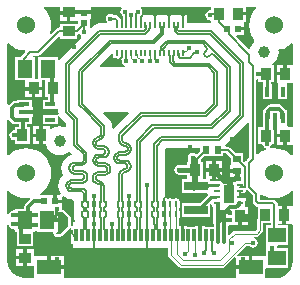
<source format=gtl>
G04*
G04 #@! TF.GenerationSoftware,Altium Limited,Altium Designer,20.0.13 (296)*
G04*
G04 Layer_Physical_Order=1*
G04 Layer_Color=255*
%FSLAX44Y44*%
%MOMM*%
G71*
G01*
G75*
%ADD12C,0.2000*%
%ADD13R,0.2200X0.5000*%
G04:AMPARAMS|DCode=14|XSize=0.2mm|YSize=0.565mm|CornerRadius=0.05mm|HoleSize=0mm|Usage=FLASHONLY|Rotation=0.000|XOffset=0mm|YOffset=0mm|HoleType=Round|Shape=RoundedRectangle|*
%AMROUNDEDRECTD14*
21,1,0.2000,0.4650,0,0,0.0*
21,1,0.1000,0.5650,0,0,0.0*
1,1,0.1000,0.0500,-0.2325*
1,1,0.1000,-0.0500,-0.2325*
1,1,0.1000,-0.0500,0.2325*
1,1,0.1000,0.0500,0.2325*
%
%ADD14ROUNDEDRECTD14*%
G04:AMPARAMS|DCode=15|XSize=0.4mm|YSize=0.565mm|CornerRadius=0.05mm|HoleSize=0mm|Usage=FLASHONLY|Rotation=0.000|XOffset=0mm|YOffset=0mm|HoleType=Round|Shape=RoundedRectangle|*
%AMROUNDEDRECTD15*
21,1,0.4000,0.4650,0,0,0.0*
21,1,0.3000,0.5650,0,0,0.0*
1,1,0.1000,0.1500,-0.2325*
1,1,0.1000,-0.1500,-0.2325*
1,1,0.1000,-0.1500,0.2325*
1,1,0.1000,0.1500,0.2325*
%
%ADD15ROUNDEDRECTD15*%
%ADD16R,2.0000X1.3000*%
%ADD17R,0.3000X1.0000*%
%ADD20R,0.5000X0.2800*%
%ADD21R,0.9000X1.6000*%
%ADD22R,0.9000X1.0000*%
%ADD23R,0.5500X0.6500*%
%ADD24R,2.0000X0.8000*%
%ADD25R,0.6200X0.6200*%
%ADD26R,1.3000X1.5000*%
%ADD27R,0.6500X0.5500*%
%ADD28R,1.5000X1.3000*%
%ADD29R,1.0000X0.9000*%
%ADD30R,0.6200X0.6200*%
%ADD52C,0.1270*%
%ADD53R,0.4000X0.9000*%
%ADD54R,0.9000X0.4000*%
%ADD55C,1.0000*%
%ADD56C,0.1500*%
%ADD57C,0.1000*%
%ADD58C,0.2500*%
%ADD59C,0.3000*%
%ADD60C,0.5000*%
%ADD61C,0.4000*%
%ADD62C,1.5240*%
%ADD63C,0.4000*%
%ADD64C,0.3000*%
G36*
X-23990Y113730D02*
X-24134Y113634D01*
X-25018Y112311D01*
X-25328Y110750D01*
X-25018Y109189D01*
X-24134Y107866D01*
X-23059Y107148D01*
Y104740D01*
X-25348D01*
X-25836Y105471D01*
X-25837Y105471D01*
X-27278Y106913D01*
X-28270Y107576D01*
X-29441Y107809D01*
X-29441Y107809D01*
X-30878D01*
X-31939Y108518D01*
X-33500Y108828D01*
X-35061Y108518D01*
X-36384Y107634D01*
X-37268Y106311D01*
X-37578Y104750D01*
X-37268Y103189D01*
X-36422Y101923D01*
X-36489Y101596D01*
X-36855Y100653D01*
X-43447D01*
X-45179Y100425D01*
X-46793Y99757D01*
X-48179Y98693D01*
X-49747Y97126D01*
X-50920Y97612D01*
Y104226D01*
X-50380D01*
Y108366D01*
X-56020D01*
Y111366D01*
X-50380D01*
Y115000D01*
X-24375D01*
X-23990Y113730D01*
D02*
G37*
G36*
X51862Y112043D02*
X51072Y111886D01*
X50979Y111824D01*
X49439Y111518D01*
X48116Y110634D01*
X47232Y109311D01*
X46922Y107750D01*
X47232Y106189D01*
X48116Y104866D01*
X49439Y103982D01*
X51000Y103672D01*
X51862Y102964D01*
Y102084D01*
X51831Y101213D01*
X51416Y100862D01*
X31640D01*
Y104740D01*
X31100D01*
Y108200D01*
X-5982D01*
X-6676Y109470D01*
X-6422Y110750D01*
X-6732Y112311D01*
X-7616Y113634D01*
X-7760Y113730D01*
X-7375Y115000D01*
X51862D01*
Y112043D01*
D02*
G37*
G36*
X-76514Y111461D02*
X-68974D01*
Y109961D01*
X-67474D01*
Y102921D01*
X-61434D01*
X-61120Y101781D01*
Y101377D01*
X-61974Y100461D01*
X-75974D01*
Y98184D01*
X-76913Y97400D01*
X-76913Y97400D01*
X-77000D01*
X-78170Y97167D01*
X-79163Y96504D01*
X-79339Y96241D01*
X-83895Y91685D01*
X-85018Y92358D01*
X-84255Y94874D01*
X-83848Y99000D01*
X-84255Y103126D01*
X-85458Y107094D01*
X-87413Y110751D01*
X-89857Y113730D01*
X-89506Y115000D01*
X-76514D01*
Y111461D01*
D02*
G37*
G36*
X-59057Y91250D02*
X-58634Y90616D01*
X-58285Y90383D01*
X-58124Y88748D01*
X-75600Y71273D01*
X-76663Y69887D01*
X-76826Y69493D01*
X-78096Y69746D01*
Y71984D01*
X-95096D01*
Y53266D01*
X-97096D01*
Y71984D01*
X-98550D01*
X-99229Y73254D01*
X-99104Y73441D01*
X-94754D01*
X-94754Y73441D01*
X-93583Y73674D01*
X-92591Y74337D01*
X-77147Y89781D01*
X-75974Y89295D01*
Y87461D01*
X-61974D01*
Y91297D01*
X-60874Y91515D01*
X-60716Y91621D01*
X-59641Y91907D01*
X-59057Y91250D01*
D02*
G37*
G36*
X89857Y113730D02*
X87413Y110751D01*
X85458Y107094D01*
X84255Y103126D01*
X83848Y99000D01*
X84255Y94874D01*
X85458Y90906D01*
X86760Y88469D01*
X86764Y88471D01*
X87245Y87753D01*
X88135Y87158D01*
X88344Y86287D01*
X88358Y85729D01*
X87872Y85356D01*
X85929Y82823D01*
X84707Y79873D01*
X84655Y79476D01*
X83342Y79234D01*
X73029Y89547D01*
X73515Y90720D01*
X79804D01*
Y94860D01*
X74164D01*
Y97860D01*
X79804D01*
Y101520D01*
X81402D01*
Y107560D01*
X74362D01*
Y110560D01*
X81402D01*
Y115000D01*
X89506D01*
X89857Y113730D01*
D02*
G37*
G36*
X121000Y83506D02*
Y65694D01*
X115750D01*
Y58154D01*
X114250D01*
Y56654D01*
X107210D01*
Y50614D01*
X108309D01*
X108320Y49349D01*
X108320Y49344D01*
Y36349D01*
X116320D01*
Y49344D01*
X116320Y49349D01*
X116331Y50614D01*
X121000D01*
Y13194D01*
X116599D01*
X116320Y14348D01*
X116320Y14464D01*
Y27348D01*
X115137D01*
X115117Y27450D01*
X114343Y28608D01*
X111773Y31177D01*
X110616Y31951D01*
X109250Y32223D01*
X101750D01*
X100384Y31951D01*
X99227Y31177D01*
X97297Y29247D01*
X96523Y28090D01*
X96376Y27348D01*
X95320D01*
Y14348D01*
X95373D01*
Y12654D01*
X91750D01*
Y-1346D01*
X94991D01*
X95232Y-2561D01*
X96116Y-3884D01*
X97439Y-4768D01*
X97840Y-4848D01*
X97904Y-6155D01*
X96905Y-6458D01*
X93249Y-8413D01*
X91207Y-10088D01*
X90059Y-9546D01*
Y52452D01*
X91329Y53256D01*
X91750Y53057D01*
Y51154D01*
X95661D01*
Y49349D01*
X95320D01*
Y36349D01*
X103320D01*
Y49349D01*
X102289D01*
Y51154D01*
X104750D01*
Y65154D01*
X103466D01*
X103035Y66424D01*
X105168Y68060D01*
X107111Y70593D01*
X108333Y73543D01*
X108750Y76708D01*
X108507Y78552D01*
X109691Y79288D01*
X109805Y79212D01*
X111025Y78969D01*
X111081Y78958D01*
X112213Y79183D01*
X113095Y79458D01*
X116751Y81413D01*
X119730Y83857D01*
X121000Y83506D01*
D02*
G37*
G36*
X-31100Y74776D02*
Y71200D01*
X-27640D01*
Y70660D01*
X-24946D01*
X-23951Y69390D01*
X-24078Y68750D01*
X-23768Y67189D01*
X-22884Y65866D01*
X-21631Y65029D01*
X-21616Y64935D01*
X-22196Y63759D01*
X-40000D01*
Y63821D01*
X-42210Y63530D01*
X-42803Y64733D01*
X-32273Y75262D01*
X-31100Y74776D01*
D02*
G37*
G36*
X107210Y13036D02*
X107210Y12538D01*
Y7154D01*
X114250D01*
Y5654D01*
X115750D01*
Y-1886D01*
X121000D01*
Y-10506D01*
X119730Y-10857D01*
X116751Y-8413D01*
X113095Y-6458D01*
X109127Y-5255D01*
X105000Y-4848D01*
X102334Y-5111D01*
X101884Y-3884D01*
X102768Y-2561D01*
X103010Y-1346D01*
X104750D01*
Y12654D01*
X104750D01*
X104971Y13571D01*
X106186Y13788D01*
X107210Y13036D01*
D02*
G37*
G36*
X-17869Y24468D02*
X-30875Y11462D01*
X-30895Y11436D01*
X-32165Y11867D01*
Y13958D01*
X-32393Y15690D01*
X-33061Y17305D01*
X-34125Y18691D01*
X-39806Y24371D01*
X-39280Y25641D01*
X-18355D01*
X-17869Y24468D01*
D02*
G37*
G36*
X-116751Y81413D02*
X-113095Y79458D01*
X-109127Y78255D01*
X-106018Y77948D01*
X-105544Y76626D01*
X-109259Y72911D01*
X-109878Y71984D01*
X-114096D01*
Y52984D01*
X-105544D01*
Y47226D01*
X-98504D01*
X-91464D01*
Y52984D01*
X-90167D01*
X-89004Y52726D01*
Y38726D01*
X-86452D01*
Y36226D01*
X-91004D01*
Y28226D01*
X-78004D01*
X-77560Y27140D01*
Y25777D01*
X-77356Y24227D01*
X-77824Y23680D01*
X-77890Y23603D01*
X-78367Y23226D01*
X-78805Y23226D01*
X-78911Y23226D01*
X-91004D01*
Y15225D01*
X-78004D01*
Y22106D01*
X-78004Y22109D01*
X-78004Y22109D01*
X-78004Y22350D01*
X-77234Y22503D01*
X-76237Y21876D01*
X-75600Y21045D01*
X-71023Y16468D01*
Y13498D01*
X-72079Y12793D01*
X-73335Y13313D01*
X-76500Y13730D01*
X-79665Y13313D01*
X-82615Y12091D01*
X-83981Y11043D01*
X-85120Y11604D01*
Y13537D01*
X-90660D01*
Y5997D01*
Y-1542D01*
X-88329D01*
X-88313Y-1665D01*
X-87091Y-4615D01*
X-85148Y-7148D01*
X-82615Y-9091D01*
X-79665Y-10313D01*
X-76500Y-10730D01*
X-73335Y-10313D01*
X-70385Y-9091D01*
X-68293Y-7486D01*
X-66227Y-9551D01*
X-66732Y-10842D01*
X-69236Y-11880D01*
X-71631Y-13717D01*
X-73468Y-16111D01*
X-74622Y-18899D01*
X-75016Y-21891D01*
X-74622Y-24883D01*
X-73478Y-27645D01*
X-74525Y-28449D01*
X-76362Y-30843D01*
X-77517Y-33631D01*
X-77911Y-36623D01*
X-77517Y-39615D01*
X-76362Y-42403D01*
X-75734Y-43221D01*
X-76296Y-44360D01*
X-79000D01*
Y-48500D01*
X-74860D01*
Y-46140D01*
X-73590Y-45514D01*
X-72131Y-46634D01*
X-69343Y-47789D01*
X-66351Y-48183D01*
Y-48183D01*
X-65233Y-48550D01*
X-64478Y-49411D01*
X-64556Y-50003D01*
Y-54653D01*
X-64333Y-56349D01*
X-64269Y-56503D01*
X-64333Y-56656D01*
X-64556Y-58353D01*
Y-63003D01*
X-64333Y-64699D01*
X-63678Y-66281D01*
X-64343Y-67500D01*
X-65000D01*
Y-70185D01*
X-66270Y-70910D01*
X-66613Y-70851D01*
X-67211Y-69968D01*
Y-63750D01*
X-67211Y-63750D01*
X-67366Y-62970D01*
X-67808Y-62308D01*
X-72558Y-57558D01*
X-73220Y-57116D01*
X-73729Y-57015D01*
X-74268Y-56782D01*
X-74860Y-55640D01*
X-74860Y-55640D01*
X-74860D01*
Y-51500D01*
X-80500D01*
Y-50000D01*
X-82000D01*
Y-44360D01*
X-86140D01*
Y-44900D01*
X-93011D01*
X-93329Y-43630D01*
X-93249Y-43587D01*
X-90043Y-40957D01*
X-87413Y-37751D01*
X-85458Y-34095D01*
X-84255Y-30127D01*
X-83848Y-26000D01*
X-84255Y-21874D01*
X-85458Y-17905D01*
X-87413Y-14249D01*
X-90043Y-11043D01*
X-93249Y-8413D01*
X-96905Y-6458D01*
X-100873Y-5255D01*
X-105000Y-4848D01*
X-109127Y-5255D01*
X-113095Y-6458D01*
X-116751Y-8413D01*
X-119730Y-10857D01*
X-121000Y-10506D01*
Y18901D01*
X-119730Y19286D01*
X-119523Y18977D01*
X-117273Y16727D01*
X-116116Y15953D01*
X-114750Y15681D01*
X-113004D01*
Y15225D01*
X-111348D01*
Y12997D01*
X-114660D01*
Y10357D01*
X-115000Y10078D01*
X-116561Y9768D01*
X-117884Y8884D01*
X-118768Y7561D01*
X-119078Y6000D01*
X-118768Y4439D01*
X-117884Y3116D01*
X-116561Y2232D01*
X-115000Y1922D01*
X-114660Y1643D01*
Y-1002D01*
X-101660D01*
Y12997D01*
X-104211D01*
Y15225D01*
X-100004D01*
Y21186D01*
X-99464D01*
Y24225D01*
X-106504D01*
Y27225D01*
X-99464D01*
Y30266D01*
X-100004D01*
Y36226D01*
X-113004D01*
Y35294D01*
X-114774D01*
X-116140Y35023D01*
X-117297Y34249D01*
X-119523Y32023D01*
X-119730Y31714D01*
X-121000Y32099D01*
Y83506D01*
X-119730Y83857D01*
X-116751Y81413D01*
D02*
G37*
G36*
X42617Y-7213D02*
X39662Y-10168D01*
X39134Y-10116D01*
X37811Y-9232D01*
X36250Y-8922D01*
X34689Y-9232D01*
X33366Y-10116D01*
X32482Y-11439D01*
X32172Y-13000D01*
Y-16500D01*
X31500D01*
Y-19311D01*
X25200D01*
X24500Y-19172D01*
X22939Y-19482D01*
X21616Y-20366D01*
X20732Y-21689D01*
X20422Y-23250D01*
Y-23389D01*
X20732Y-24950D01*
X21616Y-26273D01*
X22939Y-27157D01*
X24500Y-27468D01*
X31500D01*
Y-30500D01*
X30437Y-31000D01*
X27000D01*
Y-43000D01*
X36596D01*
X37039Y-43088D01*
X37482Y-43000D01*
X48268D01*
X48794Y-44270D01*
X42064Y-51000D01*
X27000D01*
Y-63000D01*
X51000D01*
Y-52349D01*
X51230Y-52195D01*
X52500Y-52874D01*
Y-54400D01*
X53531D01*
Y-61916D01*
X53654Y-62537D01*
Y-69524D01*
X53931D01*
Y-71500D01*
X46540D01*
Y-70960D01*
X44000D01*
Y-71500D01*
X43999D01*
Y-78500D01*
X41000D01*
Y-71500D01*
X41000D01*
Y-70960D01*
X38460D01*
Y-71500D01*
X31540D01*
Y-70960D01*
X29000D01*
Y-71499D01*
X28999D01*
Y-78500D01*
X26000D01*
Y-71499D01*
X26000D01*
Y-70960D01*
X24550D01*
Y-64436D01*
X24856Y-63978D01*
X25050Y-63003D01*
Y-58353D01*
X24856Y-57377D01*
X24550Y-56919D01*
Y-56086D01*
X24856Y-55628D01*
X25050Y-54653D01*
Y-50003D01*
X24856Y-49027D01*
X24303Y-48200D01*
X23476Y-47648D01*
X22501Y-47454D01*
X21501D01*
X20525Y-47648D01*
X20481Y-47677D01*
X19501Y-48112D01*
X18520Y-47677D01*
X18476Y-47648D01*
X17501Y-47454D01*
X16501D01*
X15525Y-47648D01*
X15487Y-47673D01*
X14687Y-47139D01*
X13501Y-46903D01*
X13253D01*
X13179Y-46725D01*
X12336Y-45627D01*
Y-5428D01*
X13074Y-4690D01*
X42617D01*
Y-7213D01*
D02*
G37*
G36*
X68156Y-12836D02*
Y-18831D01*
X67616D01*
Y-22620D01*
X73406D01*
Y-24121D01*
X74906D01*
Y-29411D01*
X77196D01*
Y-32600D01*
X71500D01*
Y-32960D01*
X68000D01*
Y-43500D01*
X65000D01*
Y-32960D01*
X61500D01*
Y-32600D01*
X52500D01*
Y-32686D01*
X51000D01*
Y-31040D01*
X52500D01*
Y-25000D01*
X46960D01*
Y-31000D01*
X45563D01*
X44500Y-30500D01*
Y-16500D01*
X42804D01*
Y-14957D01*
X46082Y-11678D01*
X52117D01*
Y-11678D01*
X52617D01*
Y-11678D01*
X62117D01*
Y-9232D01*
X64552D01*
X68156Y-12836D01*
D02*
G37*
G36*
X83941Y16161D02*
Y-12748D01*
X81787Y-14902D01*
X81124Y-15894D01*
X81094Y-16047D01*
X79716Y-16465D01*
X78656Y-15405D01*
Y-9371D01*
X72621D01*
X67696Y-4446D01*
X66786Y-3838D01*
X65714Y-3624D01*
X64156D01*
X63630Y-2354D01*
X82671Y16687D01*
X83941Y16161D01*
D02*
G37*
G36*
X121000Y-41494D02*
Y-52631D01*
X120540Y-53710D01*
X115000D01*
Y-61250D01*
Y-68790D01*
X120540D01*
X121000Y-69869D01*
Y-100000D01*
Y-101477D01*
X120496Y-104011D01*
X119281Y-106944D01*
X117518Y-109583D01*
X115273Y-111828D01*
X113040Y-113320D01*
X110375Y-114424D01*
X107477Y-115000D01*
X98694D01*
X97614Y-114540D01*
X97614Y-113730D01*
Y-107464D01*
X97750Y-106250D01*
X98884Y-106250D01*
X116750D01*
Y-89250D01*
X107897D01*
X107464Y-88414D01*
X108193Y-87250D01*
X116750D01*
Y-70250D01*
X108309D01*
Y-68790D01*
X112000D01*
Y-61250D01*
Y-53710D01*
X109026D01*
X108309Y-52671D01*
X108076Y-51501D01*
X107413Y-50509D01*
X107413Y-50509D01*
X106241Y-49337D01*
X105249Y-48674D01*
X104078Y-48441D01*
X104078Y-48441D01*
X93059D01*
Y-44926D01*
X94329Y-44165D01*
X96905Y-45542D01*
X100873Y-46745D01*
X105000Y-47152D01*
X109127Y-46745D01*
X113095Y-45542D01*
X116751Y-43587D01*
X119730Y-41143D01*
X121000Y-41494D01*
D02*
G37*
G36*
X-116751Y-43587D02*
X-113095Y-45542D01*
X-109127Y-46745D01*
X-105000Y-47152D01*
X-101960Y-46852D01*
X-101383Y-48072D01*
X-105523Y-52212D01*
X-106297Y-53369D01*
X-106569Y-54735D01*
Y-56500D01*
X-114500D01*
Y-56669D01*
X-115482Y-57475D01*
X-115750Y-57422D01*
X-117311Y-57732D01*
X-118634Y-58616D01*
X-119518Y-59939D01*
X-119730Y-61005D01*
X-121000Y-60880D01*
Y-41494D01*
X-119730Y-41143D01*
X-116751Y-43587D01*
D02*
G37*
G36*
X86941Y-44767D02*
Y-50000D01*
X86941Y-50000D01*
X87174Y-51171D01*
X87837Y-52163D01*
X89337Y-53663D01*
X89337Y-53663D01*
X90329Y-54326D01*
X91000Y-54459D01*
Y-65048D01*
X90895Y-65205D01*
X90701Y-66180D01*
Y-73194D01*
X89194Y-74701D01*
X71750D01*
X70774Y-74895D01*
X69948Y-75448D01*
X67242Y-78153D01*
X66069Y-77667D01*
Y-70770D01*
X67339Y-69740D01*
X67904Y-69853D01*
X68671Y-69700D01*
X69114Y-70065D01*
Y-70064D01*
X74654D01*
Y-62524D01*
X76154D01*
Y-61024D01*
X83194D01*
Y-54984D01*
X81528D01*
X80500Y-54400D01*
Y-49940D01*
X81040D01*
Y-47500D01*
X76347D01*
X76000Y-47431D01*
Y-44500D01*
X81040D01*
Y-40662D01*
X82310Y-40136D01*
X86941Y-44767D01*
D02*
G37*
G36*
X-69250Y-63750D02*
Y-70750D01*
X-76250Y-77750D01*
X-79578D01*
X-79780Y-77310D01*
X-78964Y-76040D01*
X-77960D01*
Y-67500D01*
X-87000D01*
Y-64500D01*
X-77960D01*
Y-59000D01*
X-74000D01*
X-69250Y-63750D01*
D02*
G37*
G36*
X102191Y-70250D02*
X97750D01*
Y-87250D01*
X97807D01*
X98536Y-88414D01*
X98103Y-89250D01*
X97750D01*
Y-95246D01*
X97614Y-96460D01*
X96480Y-96460D01*
X86574D01*
Y-105500D01*
X85074D01*
Y-107000D01*
X72534D01*
Y-113730D01*
X72534Y-114540D01*
X71455Y-115000D01*
X-71880D01*
X-72960Y-114540D01*
X-72960Y-113730D01*
Y-107000D01*
X-85500D01*
Y-105500D01*
X-87000D01*
Y-96460D01*
X-97190D01*
X-98040Y-96460D01*
X-98460Y-95364D01*
Y-90460D01*
X-104500D01*
Y-97500D01*
Y-104540D01*
X-99310D01*
X-98460Y-104540D01*
X-98040Y-105636D01*
X-98040Y-114540D01*
X-99120Y-115000D01*
X-106576D01*
X-109667Y-114385D01*
X-112579Y-113179D01*
X-115199Y-111428D01*
X-117428Y-109199D01*
X-119179Y-106579D01*
X-120385Y-103667D01*
X-121000Y-100576D01*
Y-99000D01*
Y-69870D01*
X-119730Y-69745D01*
X-119518Y-70811D01*
X-118634Y-72134D01*
X-117311Y-73018D01*
X-115750Y-73328D01*
X-115482Y-73275D01*
X-114500Y-74081D01*
Y-75500D01*
X-113000D01*
Y-88000D01*
X-99000D01*
Y-75500D01*
X-97500D01*
Y-74630D01*
X-96518Y-73825D01*
X-96500Y-73828D01*
X-96482Y-73825D01*
X-95500Y-74630D01*
Y-75500D01*
X-82443D01*
X-82130Y-75829D01*
X-81898Y-76235D01*
X-81719Y-76770D01*
X-81720Y-76778D01*
X-81787Y-76948D01*
X-81783Y-77167D01*
X-81818Y-77384D01*
X-81776Y-77561D01*
X-81772Y-77743D01*
X-81685Y-77944D01*
X-81634Y-78158D01*
X-81433Y-78598D01*
X-81222Y-78891D01*
X-81020Y-79192D01*
X-80989Y-79213D01*
X-80967Y-79243D01*
X-80660Y-79433D01*
X-80359Y-79634D01*
X-80322Y-79641D01*
X-80290Y-79661D01*
X-79933Y-79719D01*
X-79578Y-79789D01*
X-76250D01*
X-76250Y-79789D01*
X-75470Y-79634D01*
X-74808Y-79192D01*
X-74808Y-79192D01*
X-67810Y-72194D01*
X-67802Y-72194D01*
X-66540Y-72580D01*
Y-86040D01*
X-65000D01*
Y-89500D01*
X14951D01*
Y-95000D01*
X15145Y-95975D01*
X15698Y-96802D01*
X24198Y-105302D01*
X25024Y-105855D01*
X26000Y-106049D01*
X61500D01*
X62476Y-105855D01*
X63302Y-105302D01*
X71264Y-97341D01*
X72534Y-97867D01*
Y-104000D01*
X83574D01*
Y-96460D01*
X73941D01*
X73415Y-95190D01*
X81056Y-87549D01*
X83892D01*
X84116Y-87884D01*
X85439Y-88768D01*
X87000Y-89078D01*
X88561Y-88768D01*
X89884Y-87884D01*
X90768Y-86561D01*
X91078Y-85000D01*
X90768Y-83439D01*
X89884Y-82116D01*
X88561Y-81232D01*
X87741Y-81069D01*
X87866Y-79799D01*
X90250D01*
X91225Y-79605D01*
X92052Y-79052D01*
X95052Y-76052D01*
X95605Y-75226D01*
X95799Y-74250D01*
Y-68250D01*
X102191D01*
Y-70250D01*
D02*
G37*
%LPC*%
G36*
X-70474Y108461D02*
X-76514D01*
Y102921D01*
X-70474D01*
Y108461D01*
D02*
G37*
G36*
X112750Y65694D02*
X107210D01*
Y59654D01*
X112750D01*
Y65694D01*
D02*
G37*
G36*
Y4154D02*
X107210D01*
Y-1886D01*
X112750D01*
Y4154D01*
D02*
G37*
G36*
X-91464Y44226D02*
X-97004D01*
Y38186D01*
X-91464D01*
Y44226D01*
D02*
G37*
G36*
X-100004D02*
X-105544D01*
Y38186D01*
X-100004D01*
Y44226D01*
D02*
G37*
G36*
X-93660Y13537D02*
X-99200D01*
Y7497D01*
X-93660D01*
Y13537D01*
D02*
G37*
G36*
Y4497D02*
X-99200D01*
Y-1542D01*
X-93660D01*
Y4497D01*
D02*
G37*
G36*
X61040Y-15960D02*
X55500D01*
Y-22000D01*
X61040D01*
Y-15960D01*
D02*
G37*
G36*
X52500D02*
X46960D01*
Y-22000D01*
X52500D01*
Y-15960D01*
D02*
G37*
G36*
X71906Y-25621D02*
X67616D01*
Y-29411D01*
X71906D01*
Y-25621D01*
D02*
G37*
G36*
X61040Y-25000D02*
X55500D01*
Y-31040D01*
X61040D01*
Y-25000D01*
D02*
G37*
G36*
X83194Y-64024D02*
X77654D01*
Y-70064D01*
X83194D01*
Y-64024D01*
D02*
G37*
G36*
X-107500Y-90460D02*
X-113540D01*
Y-96000D01*
X-107500D01*
Y-90460D01*
D02*
G37*
G36*
X-84000Y-96460D02*
Y-104000D01*
X-72960D01*
Y-96460D01*
X-84000D01*
D02*
G37*
G36*
X-107500Y-99000D02*
X-113540D01*
Y-104540D01*
X-107500D01*
Y-99000D01*
D02*
G37*
%LPD*%
D12*
X-20000Y103309D02*
Y108959D01*
Y103309D02*
Y106134D01*
Y99700D02*
Y103309D01*
X-20000Y99700D02*
X-20000Y99700D01*
X83950Y-37450D02*
Y-17065D01*
X87000Y-14015D01*
X66664Y91586D02*
X81423Y76827D01*
X83950Y74300D01*
Y67803D02*
Y74300D01*
Y67803D02*
X87000Y64753D01*
Y-14015D02*
Y64753D01*
X4100Y73414D02*
Y76399D01*
Y73414D02*
X4101Y73414D01*
Y70922D02*
Y73414D01*
Y70922D02*
X5800Y69222D01*
Y68750D02*
Y69222D01*
X28000Y99700D02*
X28001Y99700D01*
Y103309D01*
X16000Y99700D02*
X16001Y99701D01*
Y103309D01*
X4000Y99700D02*
X4000Y99700D01*
Y103309D01*
X-8000Y99700D02*
X-7900Y99800D01*
Y103408D01*
X-7899Y103409D01*
X-16000Y99700D02*
X-16000Y99700D01*
Y103309D01*
X-28000Y99700D02*
X-27999Y99701D01*
Y103309D01*
X-24099Y103409D02*
Y106308D01*
Y103409D02*
Y104858D01*
Y99799D02*
Y103409D01*
Y99799D02*
X-24000Y99700D01*
X-24099Y75692D02*
X-24000Y75593D01*
Y72164D02*
Y75593D01*
X-27414Y68750D02*
X-24000Y72164D01*
X-27500Y68750D02*
X-27414D01*
X-20000Y68750D02*
Y72750D01*
X-20000Y68750D02*
X-20000Y68750D01*
X-67250Y-76250D02*
X-63714Y-79785D01*
X-2500Y-78500D02*
Y-35675D01*
X-17500Y-78500D02*
Y-69000D01*
Y-60678D01*
X-32500Y-78500D02*
Y-69000D01*
X12500Y-78500D02*
Y-69000D01*
X12250Y-68750D02*
X12500Y-69000D01*
X-47500Y-78500D02*
Y-69000D01*
Y-60678D01*
X-17500Y-78500D02*
X-17500Y-78500D01*
X12250Y-68750D02*
Y-52577D01*
X12001Y-52328D02*
X12250Y-52577D01*
X-47500Y-52328D02*
Y-45000D01*
Y-60678D02*
Y-52328D01*
X-17500D02*
Y-45767D01*
Y-60678D02*
Y-52328D01*
X12001Y-47671D02*
X13059Y-46613D01*
X12001Y-52328D02*
Y-47671D01*
X-47500Y-84250D02*
Y-78500D01*
X27500D02*
X27750Y-78250D01*
Y-69250D01*
X28000Y-69000D01*
X-2500Y-93500D02*
Y-84250D01*
Y-78500D01*
Y-88875D02*
Y-84250D01*
X76000Y-46000D02*
Y-41000D01*
X82000Y-45000D02*
X84500Y-47500D01*
Y-54750D02*
Y-47500D01*
X-27250Y109459D02*
Y110000D01*
Y109459D02*
X-24099Y106308D01*
X-5000Y109209D02*
Y109750D01*
X-7899Y106309D02*
X-5000Y109209D01*
X-7899Y103409D02*
Y106309D01*
X-94754Y76500D02*
X-76913Y94341D01*
X-101344Y76500D02*
X-94754D01*
X-107096Y70748D02*
X-101344Y76500D01*
X83950Y-37450D02*
X90000Y-43500D01*
X66664Y91586D02*
Y94360D01*
X64664Y96360D02*
X66664Y94360D01*
X90000Y-50000D02*
Y-43500D01*
Y-50000D02*
X91500Y-51500D01*
X104078D01*
X105250Y-52672D01*
Y-75250D02*
Y-52672D01*
Y-75250D02*
X107250Y-77250D01*
X-55750Y93500D02*
Y100096D01*
X-56020Y100366D02*
X-55750Y100096D01*
X-21250Y110209D02*
Y110750D01*
Y110209D02*
X-20000Y108959D01*
Y103309D02*
X-19999Y103309D01*
X-76913Y94341D02*
X-68974D01*
X-77000D02*
X-76913D01*
X-24099Y103409D02*
X-23999Y103309D01*
X-47500Y-93500D02*
Y-84250D01*
X28000Y109000D02*
X28001Y109000D01*
Y103309D02*
Y109000D01*
Y103309D02*
X28001Y103309D01*
X16000Y109000D02*
X16001Y109000D01*
Y103309D02*
Y109000D01*
Y103309D02*
X16001Y103309D01*
X4000Y109000D02*
X4000Y109000D01*
Y103309D02*
Y109000D01*
Y103309D02*
X4001Y103309D01*
X-16000Y108250D02*
X-16000Y108250D01*
Y103309D02*
Y108250D01*
Y103309D02*
X-15999Y103309D01*
X-107096Y62484D02*
Y70748D01*
X-29441Y104750D02*
X-27999Y103309D01*
X-33500Y104750D02*
X-29441D01*
X-68974Y94341D02*
X-62045D01*
X-56020Y100366D01*
X51001Y107819D02*
X52242Y109060D01*
X51001Y107751D02*
Y107819D01*
X52242Y109060D02*
X58742D01*
X51000Y107750D02*
X51001Y107751D01*
X58742Y102282D02*
Y109060D01*
Y102282D02*
X64664Y96360D01*
D13*
X28000Y99700D02*
D03*
X24000D02*
D03*
X20000D02*
D03*
X16000D02*
D03*
X4000D02*
D03*
X0D02*
D03*
X-4000D02*
D03*
X-8000D02*
D03*
X-12000D02*
D03*
X-16000D02*
D03*
X-20000D02*
D03*
X-24000D02*
D03*
X-28000D02*
D03*
Y75700D02*
D03*
X-24000D02*
D03*
X-20000D02*
D03*
X-16000D02*
D03*
X-12000D02*
D03*
X-8000D02*
D03*
X-4000D02*
D03*
X0D02*
D03*
X4000D02*
D03*
X8000D02*
D03*
X12000D02*
D03*
X16000D02*
D03*
X20000D02*
D03*
X24000D02*
D03*
X28000D02*
D03*
X12000Y99700D02*
D03*
X8000D02*
D03*
D14*
X2001Y-52328D02*
D03*
X7001D02*
D03*
X17001D02*
D03*
X22001D02*
D03*
Y-60678D02*
D03*
X17001D02*
D03*
X7001D02*
D03*
X2001D02*
D03*
X-27500Y-52328D02*
D03*
X-22500D02*
D03*
X-12500D02*
D03*
X-7500D02*
D03*
Y-60678D02*
D03*
X-12500D02*
D03*
X-22500D02*
D03*
X-27500D02*
D03*
X-57500Y-52328D02*
D03*
X-52500D02*
D03*
X-42500D02*
D03*
X-37500D02*
D03*
Y-60678D02*
D03*
X-42500D02*
D03*
X-52500D02*
D03*
X-57500D02*
D03*
D15*
X12001Y-52328D02*
D03*
Y-60678D02*
D03*
X-17500Y-52328D02*
D03*
Y-60678D02*
D03*
X-47500Y-52328D02*
D03*
Y-60678D02*
D03*
D16*
X-85500Y-105500D02*
D03*
X85074D02*
D03*
D17*
X62500Y-78500D02*
D03*
X42500D02*
D03*
X22500D02*
D03*
X2500D02*
D03*
X-2500D02*
D03*
X-22500D02*
D03*
X-42500D02*
D03*
X-62500D02*
D03*
X52500D02*
D03*
X57500D02*
D03*
X47500D02*
D03*
X32500D02*
D03*
X37500D02*
D03*
X27500D02*
D03*
X12500D02*
D03*
X17500D02*
D03*
X7500D02*
D03*
X-7500D02*
D03*
X-12500D02*
D03*
X-17500D02*
D03*
X-32500D02*
D03*
X-27500D02*
D03*
X-37500D02*
D03*
X-52500D02*
D03*
X-47500D02*
D03*
X-57500D02*
D03*
D20*
X57000Y-36000D02*
D03*
Y-41000D02*
D03*
Y-46000D02*
D03*
Y-51000D02*
D03*
X76000Y-36000D02*
D03*
Y-41000D02*
D03*
Y-46000D02*
D03*
Y-51000D02*
D03*
D21*
X66500Y-43500D02*
D03*
D22*
X113500Y-61250D02*
D03*
X97500D02*
D03*
X38000Y-23500D02*
D03*
X54000D02*
D03*
X60154Y-62524D02*
D03*
X76154D02*
D03*
X98250Y58154D02*
D03*
X114250D02*
D03*
X98250Y5654D02*
D03*
X114250D02*
D03*
X-82504Y45725D02*
D03*
X-98504D02*
D03*
X58362Y109060D02*
D03*
X74362D02*
D03*
X-108160Y5997D02*
D03*
X-92160D02*
D03*
D23*
X47367Y-6428D02*
D03*
X57367D02*
D03*
D24*
X39000Y-37000D02*
D03*
Y-57000D02*
D03*
D25*
X65164Y96360D02*
D03*
X74164D02*
D03*
X-89500Y-50000D02*
D03*
X-80500D02*
D03*
D26*
X-87000Y-66000D02*
D03*
X-106000D02*
D03*
X-86596Y62484D02*
D03*
X-105596D02*
D03*
D27*
X73406Y-14121D02*
D03*
Y-24121D02*
D03*
D28*
X107250Y-97750D02*
D03*
Y-78750D02*
D03*
D29*
X-106000Y-81500D02*
D03*
Y-97500D02*
D03*
X-68974Y93961D02*
D03*
Y109961D02*
D03*
D30*
X-56020Y100866D02*
D03*
Y109866D02*
D03*
D52*
X-21317Y-22863D02*
X-23730Y-23509D01*
X-25496Y-25276D01*
X-26143Y-27689D01*
X-21317Y-22863D02*
X-19117Y-21593D01*
Y-19053D01*
X-21317Y-17783D01*
X-25871Y-8131D02*
X-28284Y-8777D01*
X-30050Y-10544D01*
X-30697Y-12957D01*
X-30050Y-15370D01*
X-28284Y-17136D01*
X-25871Y-17783D01*
X-21221Y-8131D02*
X-19021Y-6861D01*
Y-4321D01*
X-21221Y-3051D01*
X-26143Y1775D02*
X-25496Y-638D01*
X-23730Y-2404D01*
X-21317Y-3051D01*
Y-25149D02*
X-23113Y-25893D01*
X-23857Y-27689D01*
X-21317Y-25149D02*
X-18904Y-24502D01*
X-17137Y-22736D01*
X-16491Y-20323D01*
X-17137Y-17910D01*
X-18904Y-16143D01*
X-21317Y-15497D01*
X-25871Y-10417D02*
X-28071Y-11687D01*
Y-14227D01*
X-25871Y-15497D01*
X-21221Y-10417D02*
X-18808Y-9770D01*
X-17041Y-8004D01*
X-16395Y-5591D01*
X-17041Y-3178D01*
X-18808Y-1411D01*
X-21221Y-765D01*
X-23857Y1775D02*
X-23113Y-21D01*
X-21317Y-765D01*
X47171Y77455D02*
X47915Y79251D01*
X47171Y81047D01*
X46543Y76827D02*
X45799Y75031D01*
X46543Y73235D01*
X46543Y73235D02*
X48339Y72491D01*
X50135Y73235D01*
X54355Y73863D02*
X52559Y74607D01*
X50763Y73863D01*
X-43683Y1985D02*
X-41270Y2632D01*
X-39504Y4398D01*
X-38857Y6811D01*
X-43683Y1985D02*
X-45883Y715D01*
Y-1825D01*
X-43683Y-3095D01*
X-40000Y-12747D02*
X-37587Y-12100D01*
X-35820Y-10334D01*
X-35174Y-7921D01*
X-35820Y-5508D01*
X-37587Y-3741D01*
X-40000Y-3095D01*
X-43154Y-12747D02*
X-45354Y-14017D01*
Y-16557D01*
X-43154Y-17827D01*
X-38507Y-27479D02*
X-36094Y-26832D01*
X-34328Y-25066D01*
X-33681Y-22653D01*
X-34328Y-20240D01*
X-36094Y-18473D01*
X-38507Y-17827D01*
X-43779Y-27479D02*
X-45979Y-28749D01*
Y-31289D01*
X-43779Y-32559D01*
X-38857Y-37385D02*
X-39504Y-34972D01*
X-41270Y-33205D01*
X-43683Y-32559D01*
Y4271D02*
X-41887Y5015D01*
X-41143Y6811D01*
X-43683Y4271D02*
X-46096Y3625D01*
X-47863Y1858D01*
X-48509Y-555D01*
X-47863Y-2968D01*
X-46096Y-4734D01*
X-43683Y-5381D01*
X-40000Y-10461D02*
X-37800Y-9191D01*
Y-6651D01*
X-40000Y-5381D01*
X-43154Y-10461D02*
X-45567Y-11107D01*
X-47334Y-12874D01*
X-47980Y-15287D01*
X-47334Y-17700D01*
X-45567Y-19466D01*
X-43154Y-20113D01*
X-38507Y-25193D02*
X-36307Y-23923D01*
Y-21383D01*
X-38507Y-20113D01*
X-43779Y-25193D02*
X-46192Y-25839D01*
X-47958Y-27606D01*
X-48605Y-30019D01*
X-47958Y-32432D01*
X-46192Y-34198D01*
X-43779Y-34845D01*
X-41143Y-37385D02*
X-41887Y-35589D01*
X-43683Y-34845D01*
X-58683Y-19351D02*
X-56270Y-18704D01*
X-54504Y-16938D01*
X-53857Y-14525D01*
X-63456Y-19351D02*
X-65656Y-20621D01*
Y-23161D01*
X-63456Y-24431D01*
X-57886Y-34083D02*
X-55473Y-33436D01*
X-53707Y-31670D01*
X-53060Y-29257D01*
X-53707Y-26844D01*
X-55473Y-25077D01*
X-57886Y-24431D01*
X-66351Y-34083D02*
X-68551Y-35353D01*
Y-37893D01*
X-66351Y-39163D01*
X-53857Y-43989D02*
X-54504Y-41576D01*
X-56270Y-39809D01*
X-58683Y-39163D01*
Y-17065D02*
X-56887Y-16321D01*
X-56143Y-14525D01*
X-63456Y-17065D02*
X-65869Y-17711D01*
X-67636Y-19478D01*
X-68282Y-21891D01*
X-67636Y-24304D01*
X-65869Y-26070D01*
X-63456Y-26717D01*
X-57886Y-31797D02*
X-55687Y-30527D01*
Y-27987D01*
X-57886Y-26717D01*
X-66351Y-31797D02*
X-68764Y-32443D01*
X-70530Y-34210D01*
X-71177Y-36623D01*
X-70530Y-39036D01*
X-68764Y-40802D01*
X-66351Y-41449D01*
X-56143Y-43989D02*
X-56887Y-42193D01*
X-58683Y-41449D01*
X-26143Y-43500D02*
Y-27689D01*
X-21317Y-22863D02*
X-21317D01*
X-25871Y-17783D02*
X-21317D01*
X-25871Y-8131D02*
X-21221D01*
X-21317Y-3051D02*
X-21221D01*
X-26143Y1775D02*
Y3553D01*
X-23857Y-43500D02*
Y-27689D01*
X-21317Y-25149D02*
X-21317D01*
X-25871Y-15497D02*
X-21317D01*
X-25871Y-10417D02*
X-21221D01*
X-21317Y-765D02*
X-21221D01*
X-23857Y1775D02*
Y3553D01*
X-26143Y-49394D02*
Y-43500D01*
Y3553D02*
Y6730D01*
X-23857Y-49394D02*
Y-43500D01*
Y3553D02*
Y5783D01*
X49664Y66541D02*
X54241Y61963D01*
Y61963D02*
Y61963D01*
X41091Y83750D02*
X44468D01*
X47171Y81047D01*
X46543Y76827D02*
X47171Y77455D01*
X46543Y73235D02*
X46543Y73235D01*
X50135Y73235D02*
X50763Y73863D01*
X54355Y73863D02*
X54355Y73863D01*
X54804Y73414D01*
X15393Y83750D02*
X41091D01*
X54804Y73414D02*
X65050Y63168D01*
X-8857Y335D02*
X2948Y12140D01*
X-8857Y-49394D02*
Y335D01*
X-11143Y-49394D02*
Y1282D01*
X2001Y14426D01*
X-42135Y17236D02*
X-38857Y13958D01*
Y6811D02*
Y13958D01*
X-43683Y1985D02*
X-43683D01*
X-43683Y-3095D02*
X-40000D01*
X-43154Y-12747D02*
X-40000D01*
X-43154Y-17827D02*
X-38507D01*
X-43779Y-27479D02*
X-38507D01*
X-43779Y-32559D02*
X-43683D01*
X-38857Y-39163D02*
Y-37385D01*
X-45368Y17236D02*
X-41143Y13012D01*
Y6811D02*
Y13012D01*
X-43683Y4271D02*
X-43683D01*
X-43683Y-5381D02*
X-40000D01*
X-43154Y-10461D02*
X-40000D01*
X-43154Y-20113D02*
X-38507D01*
X-43779Y-25193D02*
X-38507D01*
X-43779Y-34845D02*
X-43683D01*
X-41143Y-39163D02*
Y-37385D01*
X-52241Y27342D02*
X-42135Y17236D01*
X-38857Y-49394D02*
Y-39163D01*
X-54628Y26497D02*
X-45368Y17236D01*
X-41143Y-49394D02*
Y-39163D01*
X-52241Y27342D02*
X-52241D01*
X-62045Y-1036D02*
Y5997D01*
Y-1036D02*
X-53857Y-9224D01*
Y-14525D02*
Y-9224D01*
X-63456Y-19351D02*
X-58683D01*
X-63456Y-24431D02*
X-57886D01*
X-66351Y-34083D02*
X-57886D01*
X-66351Y-39163D02*
X-58683D01*
X-53857Y-45767D02*
Y-43989D01*
X-64331Y-1983D02*
Y5997D01*
Y-1983D02*
X-56143Y-10171D01*
Y-14525D02*
Y-10171D01*
X-63456Y-17065D02*
X-58683D01*
X-63456Y-26717D02*
X-57886D01*
X-66351Y-31797D02*
X-57886D01*
X-66351Y-41449D02*
X-58683D01*
X-56143Y-45767D02*
Y-43989D01*
X-62045Y5997D02*
Y17743D01*
X-53857Y-49394D02*
Y-45767D01*
X-64331Y5997D02*
Y16796D01*
X-56143Y-49394D02*
Y-45767D01*
X-62045Y17743D02*
Y20187D01*
X-64331Y16796D02*
Y19240D01*
X-64331Y16796D02*
X-64331Y16796D01*
X-68581Y26724D02*
X-62045Y20187D01*
X-70867Y25777D02*
X-64331Y19240D01*
X-465Y99235D02*
X0Y99700D01*
X-465Y96752D02*
Y99235D01*
X-857Y95270D02*
Y96360D01*
X-465Y96752D01*
X-42500Y91675D02*
X-4452D01*
X-857Y95270D01*
X-52865Y-50138D02*
X-52500Y-50503D01*
Y-52328D02*
Y-50503D01*
X-53113Y-50138D02*
X-52865D01*
X-52500Y-54153D02*
Y-52328D01*
X-52865Y-54518D02*
X-52500Y-54153D01*
X-52865Y-58488D02*
X-52500Y-58853D01*
X-52500Y-78500D02*
Y-75000D01*
X-52500Y-60678D02*
Y-58853D01*
X-53113Y-58488D02*
X-52865D01*
X-52500Y-62503D02*
Y-60678D01*
X-53113Y-54518D02*
X-52865D01*
Y-62868D02*
X-52500Y-62503D01*
X-53113Y-62868D02*
X-52865D01*
X-68581Y65594D02*
X-42500Y91675D01*
X-68581Y26724D02*
Y65594D01*
X-53857Y-55262D02*
X-53113Y-54518D01*
X-53857Y-73643D02*
X-52500Y-75000D01*
X-53857Y-57744D02*
Y-55262D01*
Y-57744D02*
X-53113Y-58488D01*
X-53857Y-49394D02*
X-53113Y-50138D01*
X-53857Y-73643D02*
Y-63611D01*
X-53113Y-62868D01*
X-4000Y99700D02*
X-3535Y99235D01*
Y95825D02*
Y99235D01*
X-5398Y93961D02*
X-3535Y95825D01*
X-43447Y93961D02*
X-5398D01*
X-56887Y-50138D02*
X-56143Y-49394D01*
X-57135Y-50138D02*
X-56887D01*
X-57500Y-54153D02*
X-57135Y-54518D01*
X-56887D02*
X-56143Y-55262D01*
Y-57744D02*
Y-55262D01*
X-56887Y-58488D02*
X-56143Y-57744D01*
Y-73643D02*
Y-63611D01*
X-56887Y-62868D02*
X-56143Y-63611D01*
X-57135Y-54518D02*
X-56887D01*
X-57135Y-58488D02*
X-56887D01*
X-57500Y-60678D02*
Y-58853D01*
X-57135Y-62868D02*
X-56887D01*
X-57500Y-78500D02*
Y-75000D01*
X-70867Y66541D02*
X-43447Y93961D01*
X-70867Y25777D02*
Y66541D01*
X-57500Y-50503D02*
X-57135Y-50138D01*
X-57500Y-75000D02*
X-56143Y-73643D01*
X-57500Y-54153D02*
Y-52328D01*
Y-58853D02*
X-57135Y-58488D01*
X-57500Y-52328D02*
Y-50503D01*
Y-62503D02*
X-57135Y-62868D01*
X-57500Y-62503D02*
Y-60678D01*
X67336Y26828D02*
Y64114D01*
X2948Y12140D02*
X52647D01*
X65050Y27775D02*
Y63168D01*
X2001Y14426D02*
X51700D01*
X14446Y86036D02*
X45415D01*
X52699Y78751D01*
X10982Y82572D02*
X14446Y86036D01*
X52699Y78751D02*
X52699D01*
X67336Y64114D01*
X10940Y82572D02*
X10982D01*
X8857Y80489D02*
X10940Y82572D01*
X8857Y77957D02*
Y80489D01*
X8000Y75700D02*
Y77100D01*
X8857Y77957D01*
X-7500Y-52328D02*
Y-50503D01*
X-7865Y-50138D02*
X-7500Y-50503D01*
Y-54153D02*
Y-52328D01*
Y-60678D02*
Y-58853D01*
X-7865Y-58488D02*
X-7500Y-58853D01*
Y-62503D02*
Y-60678D01*
X-7500Y-78500D02*
Y-75000D01*
X-8113Y-50138D02*
X-7865D01*
Y-54518D02*
X-7500Y-54153D01*
X-8113Y-54518D02*
X-7865D01*
X-8857Y-49394D02*
X-8113Y-50138D01*
X-8857Y-55262D02*
X-8113Y-54518D01*
X-8857Y-57744D02*
X-8113Y-58488D01*
X-8857Y-57744D02*
Y-55262D01*
X-8113Y-62868D02*
X-7865D01*
X-7500Y-62503D01*
X-8857Y-73643D02*
X-7500Y-75000D01*
X-8113Y-58488D02*
X-7865D01*
X-8857Y-63611D02*
X-8113Y-62868D01*
X-8857Y-69393D02*
Y-63611D01*
X-8857Y-73643D02*
Y-69393D01*
X-8857Y-69393D01*
X11929Y80286D02*
X15393Y83750D01*
X11887Y80286D02*
X11929D01*
X11143Y79542D02*
X11887Y80286D01*
X11143Y77957D02*
Y79542D01*
X12000Y75700D02*
Y77100D01*
X11143Y77957D02*
X12000Y77100D01*
X-11143Y-57744D02*
Y-55262D01*
Y-68446D02*
Y-63611D01*
X-11887Y-50138D02*
X-11143Y-49394D01*
X-11143Y-73643D02*
Y-68446D01*
X-11143Y-68446D01*
X-12135Y-50138D02*
X-11887D01*
Y-54518D02*
X-11143Y-55262D01*
X-11887Y-58488D02*
X-11143Y-57744D01*
X-12135Y-54518D02*
X-11887D01*
X-12500Y-52328D02*
Y-50503D01*
Y-54153D02*
Y-52328D01*
Y-50503D02*
X-12135Y-50138D01*
Y-58488D02*
X-11887D01*
X-12500Y-54153D02*
X-12135Y-54518D01*
Y-62868D02*
X-11887D01*
X-11143Y-63611D01*
X-12500Y-75000D02*
X-11143Y-73643D01*
X-12500Y-60678D02*
Y-58853D01*
Y-62503D02*
Y-60678D01*
Y-58853D02*
X-12135Y-58488D01*
X-12500Y-78500D02*
Y-75000D01*
Y-62503D02*
X-12135Y-62868D01*
X52647Y12140D02*
X67336Y26828D01*
X52647Y12140D02*
Y12140D01*
X51700Y14426D02*
X65050Y27775D01*
X-7152Y22488D02*
X47536D01*
X54500Y32685D02*
Y58472D01*
X54241Y61963D02*
X56786Y59419D01*
X21352Y66541D02*
X49664D01*
X20000Y74300D02*
Y75700D01*
X19143Y73443D02*
X20000Y74300D01*
X19143Y68750D02*
X21352Y66541D01*
X19143Y68750D02*
Y73443D01*
X-22500Y-52328D02*
Y-50503D01*
Y-54153D02*
Y-52328D01*
Y-60678D02*
Y-58853D01*
X-22865Y-58488D02*
X-22500Y-58853D01*
Y-78500D02*
Y-75000D01*
Y-62503D02*
Y-60678D01*
X-22865Y-50138D02*
X-22500Y-50503D01*
X-23857Y5783D02*
X-7152Y22488D01*
X-22865Y-54518D02*
X-22500Y-54153D01*
X-23113Y-50138D02*
X-22865D01*
X-23857Y-49394D02*
X-23113Y-50138D01*
Y-54518D02*
X-22865D01*
X-23857Y-57744D02*
Y-55262D01*
X-23113Y-54518D01*
Y-62868D02*
X-22865D01*
X-22500Y-62503D01*
X-23857Y-73643D02*
X-22500Y-75000D01*
X-23113Y-58488D02*
X-22865D01*
X-23857Y-57744D02*
X-23113Y-58488D01*
X-23857Y-73643D02*
Y-63611D01*
X-23113Y-62868D01*
X-8098Y24774D02*
X46589D01*
X48717Y64255D02*
X54500Y58472D01*
X20405Y64255D02*
X48717D01*
X16000Y74300D02*
Y75700D01*
Y74300D02*
X16857Y73443D01*
Y67803D02*
X20405Y64255D01*
X16857Y67803D02*
Y73443D01*
X-26143Y6730D02*
X-8098Y24774D01*
X-26143Y-57744D02*
Y-55262D01*
X-26887Y-50138D02*
X-26143Y-49394D01*
Y-73643D02*
Y-63611D01*
X-26887Y-58488D02*
X-26143Y-57744D01*
X-27135Y-50138D02*
X-26887D01*
Y-54518D02*
X-26143Y-55262D01*
X-27135Y-58488D02*
X-26887D01*
X-27135Y-54518D02*
X-26887D01*
X-27500Y-52328D02*
Y-50503D01*
Y-54153D02*
Y-52328D01*
Y-50503D02*
X-27135Y-50138D01*
X-27500Y-58853D02*
X-27135Y-58488D01*
X-27500Y-54153D02*
X-27135Y-54518D01*
Y-62868D02*
X-26887D01*
X-26143Y-63611D01*
X-27500Y-75000D02*
X-26143Y-73643D01*
X-27500Y-62503D02*
Y-60678D01*
Y-58853D01*
Y-78500D02*
Y-75000D01*
Y-62503D02*
X-27135Y-62868D01*
X46589Y24774D02*
X54500Y32685D01*
X47536Y22488D02*
X56786Y31738D01*
Y59419D01*
X24269Y94170D02*
X51416D01*
X54000Y91585D01*
X55542Y90043D02*
X55542D01*
X54000Y91585D02*
X55542Y90043D01*
X24000Y98300D02*
Y99700D01*
X23143Y97443D02*
X24000Y98300D01*
X23143Y95295D02*
X24269Y94170D01*
X23143Y95295D02*
Y97443D01*
X78690Y22171D02*
Y66895D01*
X55542Y90043D02*
X78690Y66895D01*
X58521Y2002D02*
X78690Y22171D01*
X10302Y2002D02*
X58521D01*
X7001Y-54153D02*
Y-52328D01*
Y-50503D01*
Y-60678D02*
Y-58853D01*
X5644Y-2656D02*
X10302Y2002D01*
X6636Y-54518D02*
X7001Y-54153D01*
X6636Y-50138D02*
X7001Y-50503D01*
X5644Y-49394D02*
X6388Y-50138D01*
X5644Y-49394D02*
Y-2656D01*
X6388Y-54518D02*
X6636D01*
X6388Y-50138D02*
X6636D01*
Y-58488D02*
X7001Y-58853D01*
X5644Y-57744D02*
Y-55262D01*
X6388Y-54518D01*
Y-58488D02*
X6636D01*
X5644Y-57744D02*
X6388Y-58488D01*
X22652Y92553D02*
X23321Y91883D01*
X20857Y94348D02*
X22652Y92553D01*
X50469Y91883D02*
X76404Y65948D01*
X23321Y91883D02*
X50469D01*
X20000Y98300D02*
Y99700D01*
X20857Y94348D02*
Y97443D01*
X20000Y98300D02*
X20857Y97443D01*
X76404Y23117D02*
Y65948D01*
X57575Y4288D02*
X76404Y23117D01*
X9355Y4288D02*
X57575D01*
X3358Y-1709D02*
X9355Y4288D01*
X3358Y-49394D02*
Y-1709D01*
Y-57744D02*
Y-55262D01*
X2614Y-50138D02*
X3358Y-49394D01*
X2366Y-54518D02*
X2614D01*
X2366Y-50138D02*
X2614D01*
X2001Y-52328D02*
Y-50503D01*
X2366Y-50138D01*
X2001Y-54153D02*
X2366Y-54518D01*
X2001Y-54153D02*
Y-52328D01*
X2614Y-58488D02*
X3358Y-57744D01*
X2614Y-54518D02*
X3358Y-55262D01*
X2366Y-58488D02*
X2614D01*
X2001Y-58853D02*
X2366Y-58488D01*
X2001Y-60678D02*
Y-58853D01*
X2614Y-62868D02*
X3358Y-63611D01*
X7500Y-78500D02*
Y-75000D01*
X5644Y-68196D02*
Y-63611D01*
X6388Y-62868D01*
X2366D02*
X2614D01*
X3857Y-73643D02*
Y-69642D01*
X2500Y-75000D02*
X3857Y-73643D01*
X6143D02*
X7500Y-75000D01*
X6388Y-62868D02*
X6636D01*
X2001Y-62503D02*
X2366Y-62868D01*
X6143Y-73643D02*
Y-68695D01*
X6636Y-62868D02*
X7001Y-62503D01*
X2001D02*
Y-60678D01*
X3358Y-69143D02*
Y-63611D01*
Y-69143D02*
X3857Y-69642D01*
X2500Y-78500D02*
Y-75000D01*
X5644Y-68196D02*
X6143Y-68695D01*
X7001Y-62503D02*
Y-60678D01*
X-37500Y-54153D02*
Y-52328D01*
X-37865Y-54518D02*
X-37500Y-54153D01*
X-38113Y-58488D02*
X-37865D01*
X-37500Y-62503D02*
Y-60678D01*
X-37865Y-62868D02*
X-37500Y-62503D01*
Y-78500D02*
Y-75000D01*
X-37865Y-58488D02*
X-37500Y-58853D01*
Y-60678D02*
Y-58853D01*
X-38113Y-54518D02*
X-37865D01*
X-38113Y-62868D02*
X-37865D01*
X-38857Y-57744D02*
Y-55262D01*
X-38113Y-54518D01*
X-38857Y-57744D02*
X-38113Y-58488D01*
X-38857Y-73643D02*
X-37500Y-75000D01*
X-38857Y-63611D02*
X-38113Y-62868D01*
X-38857Y-73643D02*
Y-63611D01*
X-41143Y-57744D02*
Y-55262D01*
X-42135Y-54518D02*
X-41887D01*
X-41143Y-55262D01*
X-41887Y-62868D02*
X-41143Y-63611D01*
X-41887Y-58488D02*
X-41143Y-57744D01*
Y-73643D02*
Y-63611D01*
X-42135Y-58488D02*
X-41887D01*
X-42135Y-62868D02*
X-41887D01*
X-42500Y-54153D02*
X-42135Y-54518D01*
X-42500Y-58853D02*
X-42135Y-58488D01*
X-42500Y-60678D02*
Y-58853D01*
Y-54153D02*
Y-52328D01*
Y-62503D02*
Y-60678D01*
Y-75000D02*
X-41143Y-73643D01*
X-42500Y-62503D02*
X-42135Y-62868D01*
X-42500Y-78500D02*
Y-75000D01*
X8000Y98300D02*
X8857Y97443D01*
X3308Y83750D02*
X11143Y91585D01*
X8857Y92532D02*
Y97443D01*
X2361Y86036D02*
X8857Y92532D01*
X11143Y97443D02*
X12000Y98300D01*
X8000D02*
Y99700D01*
X12000Y98300D02*
Y99700D01*
X11143Y91585D02*
Y97443D01*
X-34197Y86036D02*
X2361D01*
X-33250Y83750D02*
X3308D01*
X-59886Y60347D02*
X-34197Y86036D01*
X-57600Y59400D02*
X-33250Y83750D01*
X-54628Y26497D02*
X-54628D01*
X-59886Y31755D02*
X-54628Y26497D01*
X-59886Y31755D02*
Y60347D01*
X-57600Y32701D02*
X-52241Y27342D01*
X-57600Y32701D02*
Y59400D01*
X-41887Y-50138D02*
X-41143Y-49394D01*
X-42500Y-50503D02*
X-42135Y-50138D01*
X-42500Y-52328D02*
Y-50503D01*
X-38857Y-49394D02*
X-38113Y-50138D01*
X-42135D02*
X-41887D01*
X-38113D02*
X-37865D01*
X-37500Y-52328D02*
Y-50503D01*
X-37865Y-50138D02*
X-37500Y-50503D01*
X25074Y71532D02*
X33532D01*
X37336Y75336D01*
X24000Y75700D02*
X24330Y75370D01*
X37336Y75336D02*
X38250Y76250D01*
X24330Y72276D02*
Y75370D01*
Y72276D02*
X25074Y71532D01*
X38250Y76250D02*
X40000D01*
D53*
X112320Y42849D02*
D03*
Y20849D02*
D03*
X99320Y42849D02*
D03*
Y20849D02*
D03*
X105820D02*
D03*
D54*
X-106504Y25726D02*
D03*
Y32226D02*
D03*
X-84504D02*
D03*
X-106504Y19225D02*
D03*
X-84504D02*
D03*
D55*
X-76500Y1500D02*
D03*
X96520Y76708D02*
D03*
D56*
X-11999Y103310D02*
Y108574D01*
Y103310D02*
Y105942D01*
Y103309D02*
Y103310D01*
Y99701D02*
Y103309D01*
X-12000Y99700D02*
X-11999Y99701D01*
X40000Y-13795D02*
X47367Y-6428D01*
X65714Y-6428D02*
X73406Y-14121D01*
X59987Y-6428D02*
X65714D01*
X47500Y-84250D02*
Y-78500D01*
X52500Y-84250D02*
Y-78500D01*
X36417Y-21917D02*
X40000Y-18334D01*
Y-13795D01*
X73406Y-14121D02*
X80000Y-20715D01*
Y-37500D02*
Y-20715D01*
X16000Y112750D02*
X28000D01*
X4000D02*
X16000D01*
Y109000D02*
Y112750D01*
X-5000D02*
X4000D01*
Y109000D02*
Y112750D01*
X28000Y109000D02*
Y112750D01*
X-5000Y109750D02*
Y112750D01*
X76045Y-37500D02*
X80000D01*
X52500Y-84250D02*
X52625Y-84375D01*
Y-91625D02*
X54500Y-93500D01*
X52625Y-91625D02*
Y-84375D01*
X-10500Y110073D02*
Y110750D01*
X-11999Y108574D02*
X-10500Y110073D01*
X-12000Y103309D02*
X-11999Y103310D01*
X45750Y-93500D02*
Y-93250D01*
X47500Y-91500D01*
Y-84250D01*
X75945Y-37400D02*
X76045Y-37500D01*
D57*
X28000Y75700D02*
X28600Y76300D01*
Y77076D01*
X30014D01*
X32438Y79500D01*
X33250D01*
X0Y68750D02*
Y75700D01*
X-7152Y68750D02*
Y69562D01*
X-8327Y70738D02*
X-7152Y69562D01*
X-8327Y70738D02*
Y70748D01*
X-10500Y71628D02*
X-9207D01*
X-8327Y70748D01*
X-12000Y75700D02*
X-11400Y75100D01*
Y72528D02*
Y75100D01*
Y72528D02*
X-10500Y71628D01*
X-16000Y75700D02*
X-15999Y75699D01*
Y71628D02*
Y75699D01*
Y71628D02*
X-13121Y68750D01*
X-12500D01*
X-80113Y-49082D02*
Y-41834D01*
X22001Y-78001D02*
Y-52328D01*
Y-78001D02*
X22500Y-78500D01*
X17001Y-78001D02*
Y-52328D01*
Y-78001D02*
X17500Y-78500D01*
X67250Y-81750D02*
X71750Y-77250D01*
X67250Y-85250D02*
Y-81750D01*
Y-91750D02*
Y-85250D01*
X69750D01*
X59000Y-100000D02*
X67250Y-91750D01*
X22500Y-84250D02*
Y-78500D01*
X80000Y-85000D02*
X87000D01*
X17500Y-84250D02*
Y-78500D01*
X28000Y-100000D02*
X59000D01*
X22500Y-94500D02*
X28000Y-100000D01*
X22500Y-94500D02*
Y-84250D01*
X61500Y-103500D02*
X80000Y-85000D01*
X26000Y-103500D02*
X61500D01*
X17500Y-95000D02*
X26000Y-103500D01*
X17500Y-95000D02*
Y-84250D01*
X71750Y-77250D02*
X90250D01*
X32500Y-92000D02*
Y-84250D01*
Y-78500D01*
Y-88125D02*
Y-84250D01*
X37500Y-78500D02*
X37750Y-78750D01*
Y-84500D02*
Y-78750D01*
X93250Y-66180D02*
X97880Y-61550D01*
Y-61250D01*
X93250Y-74250D02*
Y-66180D01*
X90250Y-77250D02*
X93250Y-74250D01*
X30000Y-94500D02*
X32500Y-92000D01*
X37750Y-95250D02*
Y-84500D01*
X-12000Y103309D02*
X-11999Y103309D01*
D58*
X-82750Y-64750D02*
X-75000D01*
X-86000Y-66000D02*
X-84000D01*
X39875Y-57875D02*
X51700Y-46050D01*
X46482Y-38482D02*
X48964Y-36000D01*
X39000Y-36637D02*
X45789D01*
X51700Y-46050D02*
X56177D01*
X48964Y-36000D02*
X57652D01*
X-84000Y-66000D02*
X-83375Y-65375D01*
X-84000Y-66000D02*
X-82750Y-64750D01*
X-79535Y-56785D02*
X-78750Y-56000D01*
X76250Y-43600D02*
X82305D01*
X-87000Y-66000D02*
X-86000Y-67000D01*
X-84500D01*
X-83750Y-66250D01*
X-87000Y-66000D02*
X-84000D01*
X-83375Y-65375D02*
X-82750Y-64750D01*
X-79535Y-61535D02*
Y-56785D01*
X-82750Y-64750D02*
X-79535Y-61535D01*
X98630Y58154D02*
X98630Y58154D01*
X98975Y57809D01*
Y44194D02*
Y57809D01*
Y44194D02*
X99320Y43849D01*
D59*
X-108500Y-63500D02*
X-106000Y-66000D01*
X-107250Y-62250D02*
X-105250D01*
X-109250Y-62750D02*
X-106000Y-66000D01*
X-103000Y-60000D02*
Y-54735D01*
X-97935Y-49670D01*
X-107250Y-62250D02*
X-106000Y-61000D01*
X-108500Y-63500D02*
X-107250Y-62250D01*
X-108500Y-63500D02*
X-108500Y-63500D01*
X-105250Y-62250D02*
X-103000Y-60000D01*
X-97935Y-49670D02*
X-89283D01*
X63522Y-59275D02*
X67904D01*
X62794D02*
X63522D01*
X57099Y-61916D02*
X58990Y-63807D01*
X63522Y-59275D02*
X67773Y-55024D01*
X62033Y-60764D02*
X63522Y-59275D01*
X58740Y-61307D02*
X60067Y-62635D01*
X62794D01*
X62500Y-84250D02*
Y-62929D01*
X62794Y-62635D01*
X75099Y-53079D02*
Y-51100D01*
X75199Y-51000D02*
X76000D01*
X75099Y-51100D02*
X75199Y-51000D01*
X67773Y-55024D02*
X73154D01*
X75099Y-53079D01*
X58740Y-62635D02*
X60067D01*
X57500Y-78500D02*
Y-68273D01*
X105918Y11938D02*
Y20750D01*
X105820Y20849D02*
X105918Y20750D01*
X-102250Y-61500D02*
X-96500D01*
X111820Y20349D02*
Y26084D01*
X99320Y19849D02*
X99820Y20349D01*
X111820D02*
X112320Y19849D01*
X99820Y20349D02*
Y26724D01*
X-114999Y5999D02*
X-107781D01*
X62794Y-65774D02*
X67904D01*
X62794D02*
Y-62635D01*
X57663Y-65135D02*
X58990Y-63807D01*
X57663Y-65135D02*
X58990D01*
X57500Y-68273D02*
X60163Y-65610D01*
X57500Y-84250D02*
Y-78500D01*
X57099Y-61916D02*
Y-52425D01*
X62500Y-84250D02*
X62500Y-84250D01*
X-106000Y-66000D02*
X-106000D01*
X-109000Y-75500D02*
Y-69000D01*
Y-81250D02*
Y-75500D01*
X-106000Y-66000D02*
Y-66000D01*
X-102250Y-69750D02*
X-96500D01*
X-106000Y-66000D02*
X-102250Y-69750D01*
X-109250Y-62750D02*
X-108500Y-63500D01*
X-109250Y-62750D02*
Y-61500D01*
X-110500D02*
X-109250Y-62750D01*
X-115750Y-61500D02*
X-110500D01*
X-108500Y-63500D02*
X-106000Y-66000D01*
X-109000Y-69000D02*
X-106000Y-66000D01*
X-109250Y-69250D02*
X-109000Y-69000D01*
X-115750Y-69250D02*
X-109250D01*
X-109000Y-69000D02*
X-106000Y-66000D01*
X-106000Y-66000D02*
Y-66000D01*
X-108500Y-63500D02*
X-106000Y-66000D01*
X114250Y58154D02*
Y65692D01*
X113788Y66154D02*
X114250Y65692D01*
X98250Y58154D02*
Y58654D01*
X114060Y65964D02*
X114250Y66154D01*
X114060Y65654D02*
Y65964D01*
X98815Y-815D02*
Y5528D01*
Y-815D02*
X99000Y-1000D01*
X91250Y58154D02*
X98630D01*
X-115000Y6000D02*
X-114999Y5999D01*
X-82884Y45725D02*
Y60271D01*
Y32726D02*
Y45725D01*
X-85096Y62484D02*
X-82884Y60271D01*
X-83504Y32226D02*
X-83384D01*
X-82884Y32726D01*
X98941Y5654D02*
Y19470D01*
X-108080Y19250D02*
X-107780Y18950D01*
X-92540Y-2500D02*
Y2578D01*
X-94250Y4288D02*
X-92540Y2578D01*
X-94250Y4288D02*
X-92540Y5998D01*
X98815Y5528D02*
X98941Y5654D01*
X103000Y-95035D02*
Y-89500D01*
Y-95035D02*
X107215Y-99250D01*
X107250D01*
X-107781Y5999D02*
X-107780Y5998D01*
X109250Y28654D02*
X111820Y26084D01*
X101750Y28654D02*
X109250D01*
X99820Y26724D02*
X101750Y28654D01*
X98941Y19470D02*
X99320Y19849D01*
X-56412Y109974D02*
X-56020Y110366D01*
X-68581Y109974D02*
X-56412D01*
X-68974Y109581D02*
X-68581Y109974D01*
X-77250Y109750D02*
X-69142D01*
X-68974Y109581D01*
X-56020Y110366D02*
X-55904Y110250D01*
X-48861D01*
X-99012Y25738D02*
X-99000Y25750D01*
X-107492Y25738D02*
X-99012D01*
X-107504Y25726D02*
X-107492Y25738D01*
X-114750Y19250D02*
X-108080D01*
X-117000Y21500D02*
X-114750Y19250D01*
X-117000Y21500D02*
Y29500D01*
X-114774Y31726D01*
X-108004D01*
X-107504Y32226D01*
X-107780Y5998D02*
Y18950D01*
X-106750Y45500D02*
X-106637Y45613D01*
X-98236D01*
X-98124Y45725D01*
D60*
X38539Y-37000D02*
X39000D01*
X37039Y-38500D02*
X38539Y-37000D01*
X37039Y-36637D02*
X38000Y-35675D01*
Y-23500D01*
D61*
X24500Y-23389D02*
X34945D01*
X67500Y-38500D02*
Y-31001D01*
X70817D01*
X76404Y-65024D02*
X82428D01*
X84654Y-62798D02*
Y-54274D01*
X82428Y-65024D02*
X84654Y-62798D01*
X36250Y-22084D02*
Y-13000D01*
X73461Y-28358D02*
Y-25340D01*
X70817Y-31001D02*
X73461Y-28358D01*
X62472Y-32401D02*
X67445D01*
X56945Y-26875D02*
X62472Y-32401D01*
X56945Y-26875D02*
Y-23389D01*
X67500Y-42500D02*
Y-31001D01*
X65805Y-44195D02*
X67500Y-42500D01*
X24500Y-23389D02*
Y-23250D01*
X113000Y-61130D02*
Y-53500D01*
Y-61130D02*
X113120Y-61250D01*
D62*
X105000Y-25690D02*
D03*
X-105000Y99310D02*
D03*
X105000D02*
D03*
X-105000Y-25690D02*
D03*
D63*
X-7152Y68750D02*
D03*
X-27500Y68750D02*
D03*
X-20000D02*
D03*
X5800D02*
D03*
X0D02*
D03*
X-12500D02*
D03*
X-75000Y-64750D02*
D03*
X-80113Y-41834D02*
D03*
X-2500Y-35675D02*
D03*
X-17500Y-69000D02*
D03*
X-32500D02*
D03*
X12500D02*
D03*
X-47500D02*
D03*
Y-45000D02*
D03*
X-17500Y-45767D02*
D03*
X33782Y-4318D02*
D03*
X28000Y-69000D02*
D03*
X42500D02*
D03*
X67904Y-59525D02*
D03*
X84654Y-54274D02*
D03*
X82055Y-43600D02*
D03*
X-115750Y-61500D02*
D03*
X-96500D02*
D03*
X-115750Y-69250D02*
D03*
X-96500Y-69750D02*
D03*
X-79000Y-56500D02*
D03*
X114250Y66154D02*
D03*
X99000Y-1000D02*
D03*
X114006Y-2500D02*
D03*
X91250Y58154D02*
D03*
X-115000Y6000D02*
D03*
X-64000Y80729D02*
D03*
X-33500Y24100D02*
D03*
X-92540Y-2500D02*
D03*
X105918Y11938D02*
D03*
X40000Y76250D02*
D03*
X33250Y79500D02*
D03*
X91950Y37350D02*
D03*
X79250Y87000D02*
D03*
X69342Y2540D02*
D03*
X24500Y-23250D02*
D03*
X67904Y-65774D02*
D03*
X51000Y107750D02*
D03*
X87000Y-85000D02*
D03*
X69750Y-85250D02*
D03*
X45750Y-93500D02*
D03*
X54500D02*
D03*
X103000Y-89500D02*
D03*
X-55750Y93500D02*
D03*
X-10500Y110750D02*
D03*
X-5000Y109750D02*
D03*
X-21250Y110750D02*
D03*
X-27250Y110000D02*
D03*
X-33500Y104750D02*
D03*
X30000Y-94500D02*
D03*
X37750Y-95250D02*
D03*
X-67250Y-76250D02*
D03*
X-47500Y-93500D02*
D03*
X-2500D02*
D03*
X113000Y-53500D02*
D03*
X36250Y-13000D02*
D03*
X91500Y-107750D02*
D03*
X79000Y-98750D02*
D03*
X-91500Y-107750D02*
D03*
X-79000Y-98750D02*
D03*
X28000Y109000D02*
D03*
X16000D02*
D03*
X4000D02*
D03*
X-16000Y108250D02*
D03*
X-77250Y109750D02*
D03*
X-48861Y110250D02*
D03*
X12500Y-110000D02*
D03*
X-12500D02*
D03*
X-37500Y-110250D02*
D03*
X-62500Y-110000D02*
D03*
X37500Y-110250D02*
D03*
X62500Y-110000D02*
D03*
X-99000Y25750D02*
D03*
X-106750Y45500D02*
D03*
D64*
X66500Y-48500D02*
D03*
Y-38500D02*
D03*
M02*

</source>
